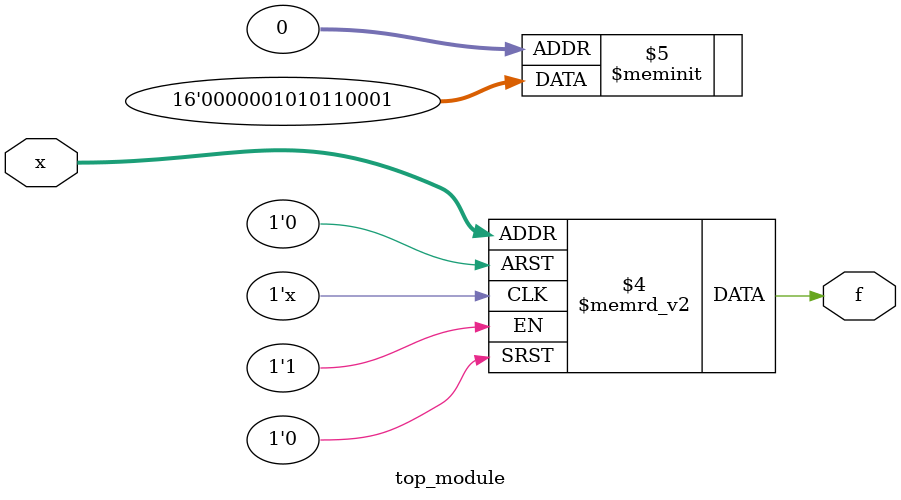
<source format=sv>
module top_module (
	input [4:1] x,
	output logic f
);

always_comb begin
	case (x)
		4'b0000: f = 1;
		4'b0010: f = 0;
		4'b0011: f = 0;
		4'b0100: f = 1;
		4'b0101: f = 1;
		4'b0110: f = 0;
		4'b0111: f = 1;
		4'b1001: f = 1; // Changed from 4'b1000
		4'b1010: f = 0; // Changed from 4'b1001
		4'b1011: f = 0; // Changed from 4'b1010
		4'b1110: f = 0;
		4'b1111: f = 0;
		default: f = 0;
	endcase
end

endmodule

</source>
